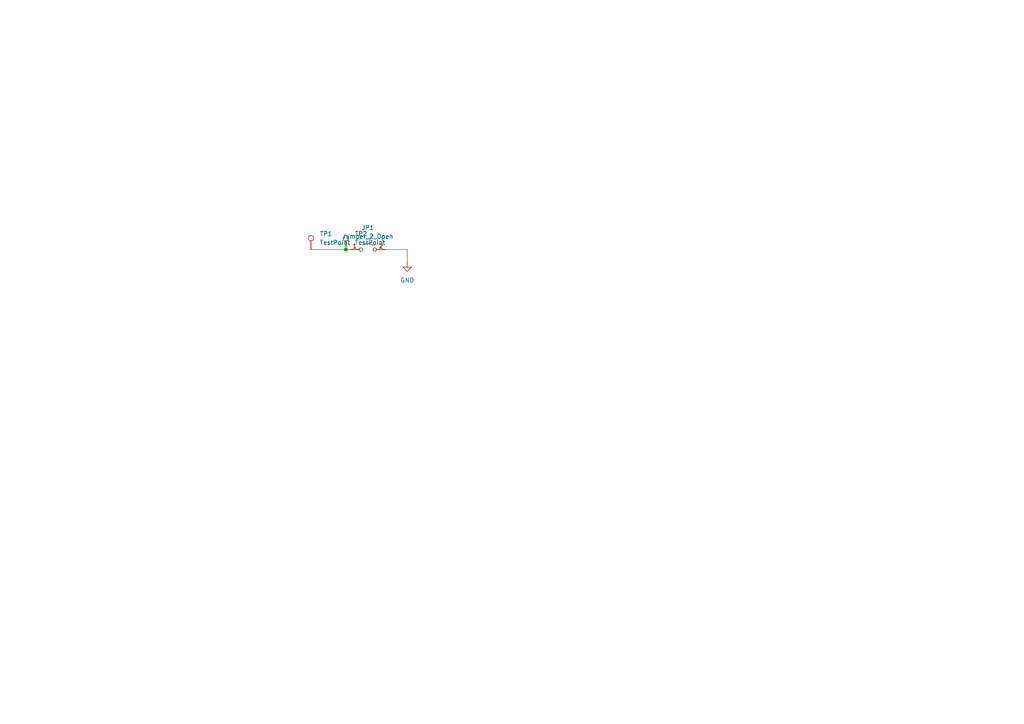
<source format=kicad_sch>
(kicad_sch (version 20230121) (generator eeschema)
  (paper "A4")
  (lib_symbols
    (symbol "Connector:TestPoint" (pin_numbers hide) (pin_names (offset 0.762) hide)
      (property "Reference" "TP" (at 0 6.858 0))
      (property "Value" "TestPoint" (at 0 5.08 0))
      (symbol "TestPoint_0_1"
        (circle (center 0 3.302) (radius 0.762))
      )
      (symbol "TestPoint_1_1"
        (pin passive line (at 0 0 90) (length 2.54) (name "1") (number "1"))
      )
    )
    (symbol "Jumper:Jumper_2_Open" (pin_names (offset 0) hide)
      (property "Reference" "JP" (at 0 2.794 0))
      (property "Value" "Jumper_2_Open" (at 0 -2.286 0))
      (symbol "Jumper_2_Open_0_0"
        (circle (center -2.032 0) (radius 0.508))
        (circle (center 2.032 0) (radius 0.508))
      )
      (symbol "Jumper_2_Open_0_1"
        (arc (start 1.524 1.27) (mid 0 1.778) (end -1.524 1.27))
      )
      (symbol "Jumper_2_Open_1_1"
        (pin passive line (at -5.08 0 0) (length 2.54) (name "A") (number "1"))
        (pin passive line (at 5.08 0 180) (length 2.54) (name "B") (number "2"))
      )
    )
    (symbol "power:GND" (power) (pin_names (offset 0))
      (property "Value" "GND" (at 0 -3.81 0))
      (symbol "GND_0_1"
        (polyline (pts (xy 0 0) (xy 0 -1.27) (xy 1.27 -1.27) (xy 0 -2.54) (xy -1.27 -1.27) (xy 0 -1.27)))
      )
      (symbol "GND_1_1"
        (pin power_in line (at 0 0 270) (length 0) hide (name "GND") (number "1"))
      )
    )
  )
  (junction (at 100.33 72.39))
  (wire (pts (xy 100.33 72.39) (xy 101.6 72.39)))
  (wire (pts (xy 90.17 72.39) (xy 100.33 72.39)))
  (wire (pts (xy 118.11 76.2) (xy 118.11 72.39)))
  (wire (pts (xy 118.11 72.39) (xy 111.76 72.39)))
  (symbol (lib_id "Connector:TestPoint") (at 100.33 72.39 0) (unit 1)
    (property "Reference" "TP2" (at 102.87 67.818 0) (effects (justify left)))
    (property "Value" "TestPoint" (at 102.87 70.358 0) (effects (justify left)))
    (property "Footprint" "TestPoint:TestPoint_Loop_D2.50mm_Drill1.85mm" (effects hide))
  )
  (symbol (lib_id "Connector:TestPoint") (at 90.17 72.39 0) (unit 1)
    (property "Reference" "TP1" (at 92.71 67.818 0) (effects (justify left)))
    (property "Value" "TestPoint" (at 92.71 70.358 0) (effects (justify left)))
    (property "Footprint" "TestPoint:TestPoint_Loop_D2.50mm_Drill1.85mm" (effects hide))
  )
  (symbol (lib_id "Jumper:Jumper_2_Open") (at 106.68 72.39 0) (unit 1)
    (property "Reference" "JP1" (at 106.68 66.04 0))
    (property "Value" "Jumper_2_Open" (at 106.68 68.58 0))
    (property "Footprint" "Jumper:SolderJumper-2_P1.3mm_Open_RoundedPad1.0x1.5mm" (effects hide))
  )
  (symbol (lib_id "power:GND") (at 118.11 76.2 0) (unit 1)
    (property "Reference" "#PWR01" (effects hide))
    (property "Value" "GND" (at 118.11 81.28 0))
  )
)
</source>
